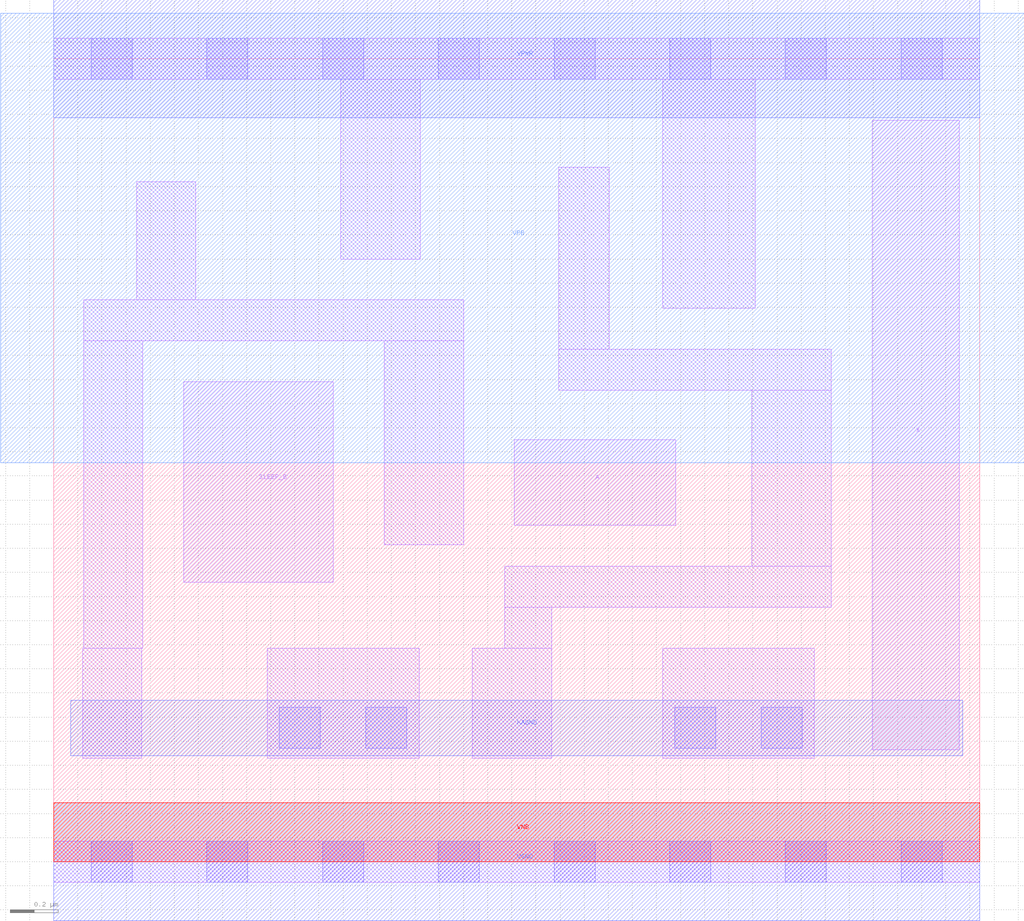
<source format=lef>
# Copyright 2020 The SkyWater PDK Authors
#
# Licensed under the Apache License, Version 2.0 (the "License");
# you may not use this file except in compliance with the License.
# You may obtain a copy of the License at
#
#     https://www.apache.org/licenses/LICENSE-2.0
#
# Unless required by applicable law or agreed to in writing, software
# distributed under the License is distributed on an "AS IS" BASIS,
# WITHOUT WARRANTIES OR CONDITIONS OF ANY KIND, either express or implied.
# See the License for the specific language governing permissions and
# limitations under the License.
#
# SPDX-License-Identifier: Apache-2.0

VERSION 5.7 ;
  NOWIREEXTENSIONATPIN ON ;
  DIVIDERCHAR "/" ;
  BUSBITCHARS "[]" ;
MACRO sky130_fd_sc_lp__iso1n_lp
  CLASS CORE ;
  FOREIGN sky130_fd_sc_lp__iso1n_lp ;
  ORIGIN  0.000000  0.000000 ;
  SIZE  3.840000 BY  3.330000 ;
  SYMMETRY X Y R90 ;
  SITE unit ;
  PIN A
    ANTENNAGATEAREA  0.189000 ;
    DIRECTION INPUT ;
    USE SIGNAL ;
    PORT
      LAYER li1 ;
        RECT 1.910000 1.395000 2.580000 1.750000 ;
    END
  END A
  PIN SLEEP_B
    ANTENNAGATEAREA  0.252000 ;
    DIRECTION INPUT ;
    USE SIGNAL ;
    PORT
      LAYER li1 ;
        RECT 0.540000 1.160000 1.160000 1.990000 ;
    END
  END SLEEP_B
  PIN X
    ANTENNADIFFAREA  0.445200 ;
    DIRECTION OUTPUT ;
    USE SIGNAL ;
    PORT
      LAYER li1 ;
        RECT 3.395000 0.465000 3.755000 3.075000 ;
    END
  END X
  PIN KAGND
    USE GROUND ;
    PORT
      LAYER met1 ;
        RECT 0.070000 0.440000 3.770000 0.670000 ;
    END
  END KAGND
  PIN VGND
    DIRECTION INOUT ;
    USE GROUND ;
    PORT
      LAYER met1 ;
        RECT 0.000000 -0.245000 3.840000 0.245000 ;
    END
  END VGND
  PIN VNB
    DIRECTION INOUT ;
    USE GROUND ;
    PORT
      LAYER pwell ;
        RECT 0.000000 0.000000 3.840000 0.245000 ;
    END
  END VNB
  PIN VPB
    DIRECTION INOUT ;
    USE POWER ;
    PORT
      LAYER nwell ;
        RECT -0.220000 1.655000 4.025000 3.520000 ;
    END
  END VPB
  PIN VPWR
    DIRECTION INOUT ;
    USE POWER ;
    PORT
      LAYER met1 ;
        RECT 0.000000 3.085000 3.840000 3.575000 ;
    END
  END VPWR
  OBS
    LAYER li1 ;
      RECT 0.000000 -0.085000 3.840000 0.085000 ;
      RECT 0.000000  3.245000 3.840000 3.415000 ;
      RECT 0.120000  0.430000 0.365000 0.885000 ;
      RECT 0.125000  0.885000 0.370000 2.160000 ;
      RECT 0.125000  2.160000 1.700000 2.330000 ;
      RECT 0.345000  2.330000 0.590000 2.820000 ;
      RECT 0.885000  0.430000 1.515000 0.885000 ;
      RECT 1.190000  2.500000 1.520000 3.245000 ;
      RECT 1.370000  1.315000 1.700000 2.160000 ;
      RECT 1.735000  0.430000 2.065000 0.885000 ;
      RECT 1.870000  0.885000 2.065000 1.055000 ;
      RECT 1.870000  1.055000 3.225000 1.225000 ;
      RECT 2.095000  1.955000 3.225000 2.125000 ;
      RECT 2.095000  2.125000 2.305000 2.880000 ;
      RECT 2.525000  0.430000 3.155000 0.885000 ;
      RECT 2.525000  2.295000 2.910000 3.245000 ;
      RECT 2.895000  1.225000 3.225000 1.955000 ;
    LAYER mcon ;
      RECT 0.155000 -0.085000 0.325000 0.085000 ;
      RECT 0.155000  3.245000 0.325000 3.415000 ;
      RECT 0.635000 -0.085000 0.805000 0.085000 ;
      RECT 0.635000  3.245000 0.805000 3.415000 ;
      RECT 0.935000  0.470000 1.105000 0.640000 ;
      RECT 1.115000 -0.085000 1.285000 0.085000 ;
      RECT 1.115000  3.245000 1.285000 3.415000 ;
      RECT 1.295000  0.470000 1.465000 0.640000 ;
      RECT 1.595000 -0.085000 1.765000 0.085000 ;
      RECT 1.595000  3.245000 1.765000 3.415000 ;
      RECT 2.075000 -0.085000 2.245000 0.085000 ;
      RECT 2.075000  3.245000 2.245000 3.415000 ;
      RECT 2.555000 -0.085000 2.725000 0.085000 ;
      RECT 2.555000  3.245000 2.725000 3.415000 ;
      RECT 2.575000  0.470000 2.745000 0.640000 ;
      RECT 2.935000  0.470000 3.105000 0.640000 ;
      RECT 3.035000 -0.085000 3.205000 0.085000 ;
      RECT 3.035000  3.245000 3.205000 3.415000 ;
      RECT 3.515000 -0.085000 3.685000 0.085000 ;
      RECT 3.515000  3.245000 3.685000 3.415000 ;
  END
END sky130_fd_sc_lp__iso1n_lp
END LIBRARY

</source>
